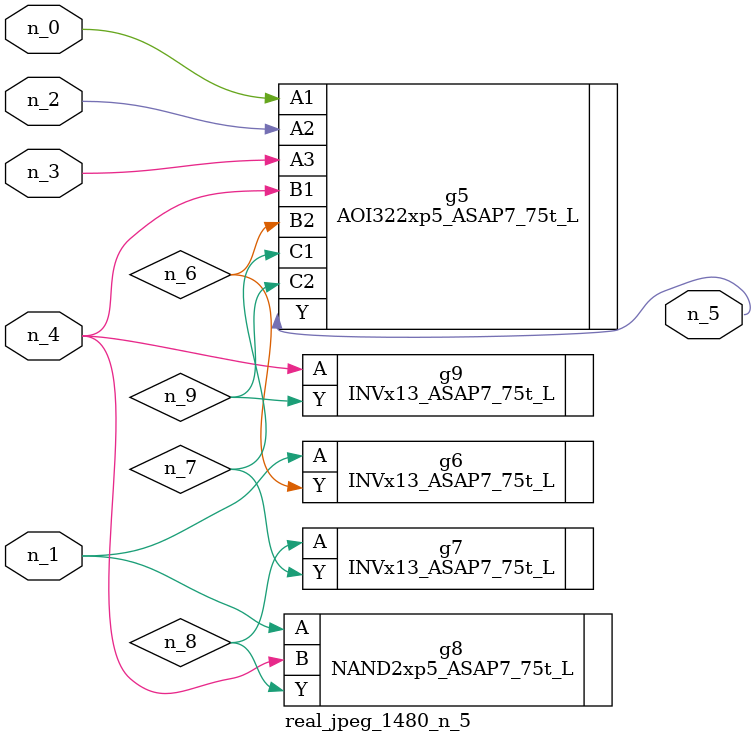
<source format=v>
module real_jpeg_1480_n_5 (n_4, n_0, n_1, n_2, n_3, n_5);

input n_4;
input n_0;
input n_1;
input n_2;
input n_3;

output n_5;

wire n_8;
wire n_6;
wire n_7;
wire n_9;

AOI322xp5_ASAP7_75t_L g5 ( 
.A1(n_0),
.A2(n_2),
.A3(n_3),
.B1(n_4),
.B2(n_6),
.C1(n_7),
.C2(n_9),
.Y(n_5)
);

INVx13_ASAP7_75t_L g6 ( 
.A(n_1),
.Y(n_6)
);

NAND2xp5_ASAP7_75t_L g8 ( 
.A(n_1),
.B(n_4),
.Y(n_8)
);

INVx13_ASAP7_75t_L g9 ( 
.A(n_4),
.Y(n_9)
);

INVx13_ASAP7_75t_L g7 ( 
.A(n_8),
.Y(n_7)
);


endmodule
</source>
